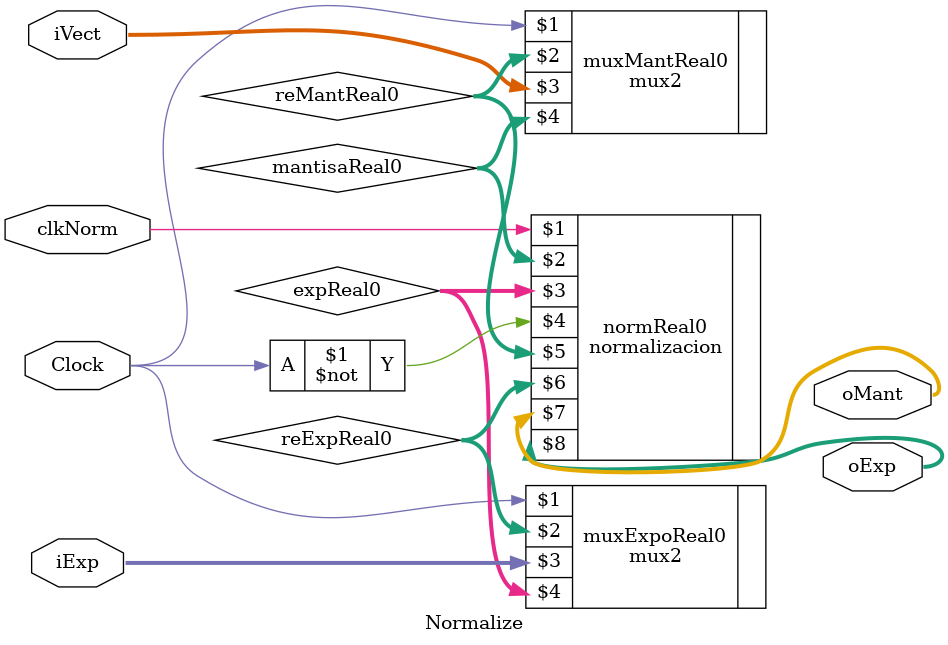
<source format=v>
module Normalize # ( parameter SIZE=10 ) (Clock,clkNorm,iVect,iExp,oMant,oExp);
//% This module is the following step to the normalization phase.
	input Clock,clkNorm;
    input [SIZE-1:0] iVect;
    input [4:0] iExp;
    output [SIZE-1:0] oMant;
    output [4:0] oExp;
	
	wire [SIZE-1:0] reMantReal0, mantisaReal0;
	wire [4:0] reExpReal0, expReal0;
	//Fase de muxes parte Real
	mux2 #(SIZE) muxMantReal0(Clock,reMantReal0,iVect,mantisaReal0);
	mux2 #(5) muxExpoReal0(Clock,reExpReal0,iExp,expReal0);
	
	//fase de normalizacion parte Real
	normalizacion #(SIZE) normReal0 (clkNorm,mantisaReal0,expReal0,~Clock,reMantReal0,reExpReal0,oMant,oExp);
	

endmodule

</source>
